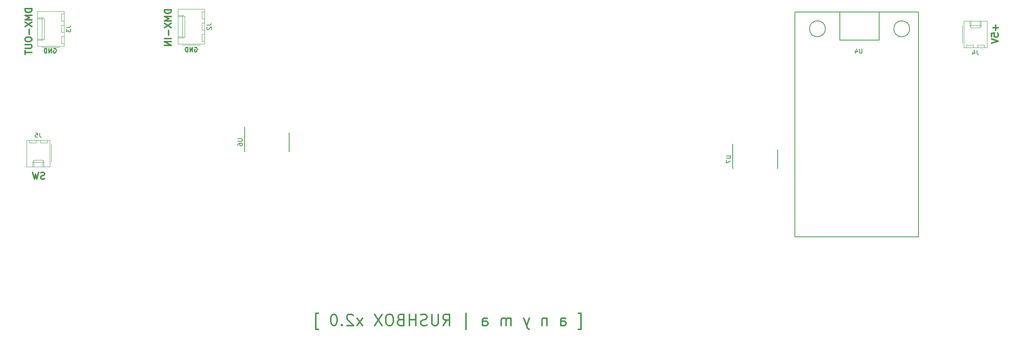
<source format=gbr>
G04 #@! TF.GenerationSoftware,KiCad,Pcbnew,(5.0.1-3-g963ef8bb5)*
G04 #@! TF.CreationDate,2019-11-20T19:59:20+01:00*
G04 #@! TF.ProjectId,RushBox2,52757368426F78322E6B696361645F70,rev?*
G04 #@! TF.SameCoordinates,Original*
G04 #@! TF.FileFunction,Legend,Bot*
G04 #@! TF.FilePolarity,Positive*
%FSLAX46Y46*%
G04 Gerber Fmt 4.6, Leading zero omitted, Abs format (unit mm)*
G04 Created by KiCad (PCBNEW (5.0.1-3-g963ef8bb5)) date 2019 November 20, Wednesday 19:59:20*
%MOMM*%
%LPD*%
G01*
G04 APERTURE LIST*
%ADD10C,0.254000*%
%ADD11C,0.300000*%
%ADD12C,0.150000*%
%ADD13C,0.120000*%
G04 APERTURE END LIST*
D10*
X51701095Y-65151000D02*
X51797857Y-65102619D01*
X51943000Y-65102619D01*
X52088142Y-65151000D01*
X52184904Y-65247761D01*
X52233285Y-65344523D01*
X52281666Y-65538047D01*
X52281666Y-65683190D01*
X52233285Y-65876714D01*
X52184904Y-65973476D01*
X52088142Y-66070238D01*
X51943000Y-66118619D01*
X51846238Y-66118619D01*
X51701095Y-66070238D01*
X51652714Y-66021857D01*
X51652714Y-65683190D01*
X51846238Y-65683190D01*
X51217285Y-66118619D02*
X51217285Y-65102619D01*
X50636714Y-66118619D01*
X50636714Y-65102619D01*
X50152904Y-66118619D02*
X50152904Y-65102619D01*
X49911000Y-65102619D01*
X49765857Y-65151000D01*
X49669095Y-65247761D01*
X49620714Y-65344523D01*
X49572333Y-65538047D01*
X49572333Y-65683190D01*
X49620714Y-65876714D01*
X49669095Y-65973476D01*
X49765857Y-66070238D01*
X49911000Y-66118619D01*
X50152904Y-66118619D01*
X83578095Y-64897000D02*
X83674857Y-64848619D01*
X83820000Y-64848619D01*
X83965142Y-64897000D01*
X84061904Y-64993761D01*
X84110285Y-65090523D01*
X84158666Y-65284047D01*
X84158666Y-65429190D01*
X84110285Y-65622714D01*
X84061904Y-65719476D01*
X83965142Y-65816238D01*
X83820000Y-65864619D01*
X83723238Y-65864619D01*
X83578095Y-65816238D01*
X83529714Y-65767857D01*
X83529714Y-65429190D01*
X83723238Y-65429190D01*
X83094285Y-65864619D02*
X83094285Y-64848619D01*
X82513714Y-65864619D01*
X82513714Y-64848619D01*
X82029904Y-65864619D02*
X82029904Y-64848619D01*
X81788000Y-64848619D01*
X81642857Y-64897000D01*
X81546095Y-64993761D01*
X81497714Y-65090523D01*
X81449333Y-65284047D01*
X81449333Y-65429190D01*
X81497714Y-65622714D01*
X81546095Y-65719476D01*
X81642857Y-65816238D01*
X81788000Y-65864619D01*
X82029904Y-65864619D01*
D11*
X170361428Y-128614714D02*
X170966190Y-128614714D01*
X170966190Y-124986142D01*
X170361428Y-124986142D01*
X166370000Y-127768047D02*
X166370000Y-126437571D01*
X166490952Y-126195666D01*
X166732857Y-126074714D01*
X167216666Y-126074714D01*
X167458571Y-126195666D01*
X166370000Y-127647095D02*
X166611904Y-127768047D01*
X167216666Y-127768047D01*
X167458571Y-127647095D01*
X167579523Y-127405190D01*
X167579523Y-127163285D01*
X167458571Y-126921380D01*
X167216666Y-126800428D01*
X166611904Y-126800428D01*
X166370000Y-126679476D01*
X163225238Y-126074714D02*
X163225238Y-127768047D01*
X163225238Y-126316619D02*
X163104285Y-126195666D01*
X162862380Y-126074714D01*
X162499523Y-126074714D01*
X162257619Y-126195666D01*
X162136666Y-126437571D01*
X162136666Y-127768047D01*
X159233809Y-126074714D02*
X158629047Y-127768047D01*
X158024285Y-126074714D02*
X158629047Y-127768047D01*
X158870952Y-128372809D01*
X158991904Y-128493761D01*
X159233809Y-128614714D01*
X155121428Y-127768047D02*
X155121428Y-126074714D01*
X155121428Y-126316619D02*
X155000476Y-126195666D01*
X154758571Y-126074714D01*
X154395714Y-126074714D01*
X154153809Y-126195666D01*
X154032857Y-126437571D01*
X154032857Y-127768047D01*
X154032857Y-126437571D02*
X153911904Y-126195666D01*
X153670000Y-126074714D01*
X153307142Y-126074714D01*
X153065238Y-126195666D01*
X152944285Y-126437571D01*
X152944285Y-127768047D01*
X148710952Y-127768047D02*
X148710952Y-126437571D01*
X148831904Y-126195666D01*
X149073809Y-126074714D01*
X149557619Y-126074714D01*
X149799523Y-126195666D01*
X148710952Y-127647095D02*
X148952857Y-127768047D01*
X149557619Y-127768047D01*
X149799523Y-127647095D01*
X149920476Y-127405190D01*
X149920476Y-127163285D01*
X149799523Y-126921380D01*
X149557619Y-126800428D01*
X148952857Y-126800428D01*
X148710952Y-126679476D01*
X144961428Y-128614714D02*
X144961428Y-124986142D01*
X139760476Y-127768047D02*
X140607142Y-126558523D01*
X141211904Y-127768047D02*
X141211904Y-125228047D01*
X140244285Y-125228047D01*
X140002380Y-125349000D01*
X139881428Y-125469952D01*
X139760476Y-125711857D01*
X139760476Y-126074714D01*
X139881428Y-126316619D01*
X140002380Y-126437571D01*
X140244285Y-126558523D01*
X141211904Y-126558523D01*
X138671904Y-125228047D02*
X138671904Y-127284238D01*
X138550952Y-127526142D01*
X138430000Y-127647095D01*
X138188095Y-127768047D01*
X137704285Y-127768047D01*
X137462380Y-127647095D01*
X137341428Y-127526142D01*
X137220476Y-127284238D01*
X137220476Y-125228047D01*
X136131904Y-127647095D02*
X135769047Y-127768047D01*
X135164285Y-127768047D01*
X134922380Y-127647095D01*
X134801428Y-127526142D01*
X134680476Y-127284238D01*
X134680476Y-127042333D01*
X134801428Y-126800428D01*
X134922380Y-126679476D01*
X135164285Y-126558523D01*
X135648095Y-126437571D01*
X135890000Y-126316619D01*
X136010952Y-126195666D01*
X136131904Y-125953761D01*
X136131904Y-125711857D01*
X136010952Y-125469952D01*
X135890000Y-125349000D01*
X135648095Y-125228047D01*
X135043333Y-125228047D01*
X134680476Y-125349000D01*
X133591904Y-127768047D02*
X133591904Y-125228047D01*
X133591904Y-126437571D02*
X132140476Y-126437571D01*
X132140476Y-127768047D02*
X132140476Y-125228047D01*
X130084285Y-126437571D02*
X129721428Y-126558523D01*
X129600476Y-126679476D01*
X129479523Y-126921380D01*
X129479523Y-127284238D01*
X129600476Y-127526142D01*
X129721428Y-127647095D01*
X129963333Y-127768047D01*
X130930952Y-127768047D01*
X130930952Y-125228047D01*
X130084285Y-125228047D01*
X129842380Y-125349000D01*
X129721428Y-125469952D01*
X129600476Y-125711857D01*
X129600476Y-125953761D01*
X129721428Y-126195666D01*
X129842380Y-126316619D01*
X130084285Y-126437571D01*
X130930952Y-126437571D01*
X127907142Y-125228047D02*
X127423333Y-125228047D01*
X127181428Y-125349000D01*
X126939523Y-125590904D01*
X126818571Y-126074714D01*
X126818571Y-126921380D01*
X126939523Y-127405190D01*
X127181428Y-127647095D01*
X127423333Y-127768047D01*
X127907142Y-127768047D01*
X128149047Y-127647095D01*
X128390952Y-127405190D01*
X128511904Y-126921380D01*
X128511904Y-126074714D01*
X128390952Y-125590904D01*
X128149047Y-125349000D01*
X127907142Y-125228047D01*
X125971904Y-125228047D02*
X124278571Y-127768047D01*
X124278571Y-125228047D02*
X125971904Y-127768047D01*
X121617619Y-127768047D02*
X120287142Y-126074714D01*
X121617619Y-126074714D02*
X120287142Y-127768047D01*
X119440476Y-125469952D02*
X119319523Y-125349000D01*
X119077619Y-125228047D01*
X118472857Y-125228047D01*
X118230952Y-125349000D01*
X118109999Y-125469952D01*
X117989047Y-125711857D01*
X117989047Y-125953761D01*
X118109999Y-126316619D01*
X119561428Y-127768047D01*
X117989047Y-127768047D01*
X116900476Y-127526142D02*
X116779523Y-127647095D01*
X116900476Y-127768047D01*
X117021428Y-127647095D01*
X116900476Y-127526142D01*
X116900476Y-127768047D01*
X115207142Y-125228047D02*
X114965238Y-125228047D01*
X114723333Y-125349000D01*
X114602380Y-125469952D01*
X114481428Y-125711857D01*
X114360476Y-126195666D01*
X114360476Y-126800428D01*
X114481428Y-127284238D01*
X114602380Y-127526142D01*
X114723333Y-127647095D01*
X114965238Y-127768047D01*
X115207142Y-127768047D01*
X115449047Y-127647095D01*
X115569999Y-127526142D01*
X115690952Y-127284238D01*
X115811904Y-126800428D01*
X115811904Y-126195666D01*
X115690952Y-125711857D01*
X115569999Y-125469952D01*
X115449047Y-125349000D01*
X115207142Y-125228047D01*
X111578571Y-128614714D02*
X110973809Y-128614714D01*
X110973809Y-124986142D01*
X111578571Y-124986142D01*
X264648142Y-59920428D02*
X264648142Y-61063285D01*
X265219571Y-60491857D02*
X264076714Y-60491857D01*
X263719571Y-62491857D02*
X263719571Y-61777571D01*
X264433857Y-61706142D01*
X264362428Y-61777571D01*
X264291000Y-61920428D01*
X264291000Y-62277571D01*
X264362428Y-62420428D01*
X264433857Y-62491857D01*
X264576714Y-62563285D01*
X264933857Y-62563285D01*
X265076714Y-62491857D01*
X265148142Y-62420428D01*
X265219571Y-62277571D01*
X265219571Y-61920428D01*
X265148142Y-61777571D01*
X265076714Y-61706142D01*
X263719571Y-62991857D02*
X265219571Y-63491857D01*
X263719571Y-63991857D01*
X78275571Y-56416285D02*
X76775571Y-56416285D01*
X76775571Y-56773428D01*
X76847000Y-56987714D01*
X76989857Y-57130571D01*
X77132714Y-57202000D01*
X77418428Y-57273428D01*
X77632714Y-57273428D01*
X77918428Y-57202000D01*
X78061285Y-57130571D01*
X78204142Y-56987714D01*
X78275571Y-56773428D01*
X78275571Y-56416285D01*
X78275571Y-57916285D02*
X76775571Y-57916285D01*
X77847000Y-58416285D01*
X76775571Y-58916285D01*
X78275571Y-58916285D01*
X76775571Y-59487714D02*
X78275571Y-60487714D01*
X76775571Y-60487714D02*
X78275571Y-59487714D01*
X77704142Y-61059142D02*
X77704142Y-62202000D01*
X78275571Y-62916285D02*
X76775571Y-62916285D01*
X78275571Y-63630571D02*
X76775571Y-63630571D01*
X78275571Y-64487714D01*
X76775571Y-64487714D01*
X49672714Y-94587142D02*
X49458428Y-94658571D01*
X49101285Y-94658571D01*
X48958428Y-94587142D01*
X48887000Y-94515714D01*
X48815571Y-94372857D01*
X48815571Y-94230000D01*
X48887000Y-94087142D01*
X48958428Y-94015714D01*
X49101285Y-93944285D01*
X49387000Y-93872857D01*
X49529857Y-93801428D01*
X49601285Y-93730000D01*
X49672714Y-93587142D01*
X49672714Y-93444285D01*
X49601285Y-93301428D01*
X49529857Y-93230000D01*
X49387000Y-93158571D01*
X49029857Y-93158571D01*
X48815571Y-93230000D01*
X48315571Y-93158571D02*
X47958428Y-94658571D01*
X47672714Y-93587142D01*
X47387000Y-94658571D01*
X47029857Y-93158571D01*
X46779571Y-56178285D02*
X45279571Y-56178285D01*
X45279571Y-56535428D01*
X45351000Y-56749714D01*
X45493857Y-56892571D01*
X45636714Y-56964000D01*
X45922428Y-57035428D01*
X46136714Y-57035428D01*
X46422428Y-56964000D01*
X46565285Y-56892571D01*
X46708142Y-56749714D01*
X46779571Y-56535428D01*
X46779571Y-56178285D01*
X46779571Y-57678285D02*
X45279571Y-57678285D01*
X46351000Y-58178285D01*
X45279571Y-58678285D01*
X46779571Y-58678285D01*
X45279571Y-59249714D02*
X46779571Y-60249714D01*
X45279571Y-60249714D02*
X46779571Y-59249714D01*
X46208142Y-60821142D02*
X46208142Y-61964000D01*
X45279571Y-62964000D02*
X45279571Y-63249714D01*
X45351000Y-63392571D01*
X45493857Y-63535428D01*
X45779571Y-63606857D01*
X46279571Y-63606857D01*
X46565285Y-63535428D01*
X46708142Y-63392571D01*
X46779571Y-63249714D01*
X46779571Y-62964000D01*
X46708142Y-62821142D01*
X46565285Y-62678285D01*
X46279571Y-62606857D01*
X45779571Y-62606857D01*
X45493857Y-62678285D01*
X45351000Y-62821142D01*
X45279571Y-62964000D01*
X45279571Y-64249714D02*
X46493857Y-64249714D01*
X46636714Y-64321142D01*
X46708142Y-64392571D01*
X46779571Y-64535428D01*
X46779571Y-64821142D01*
X46708142Y-64964000D01*
X46636714Y-65035428D01*
X46493857Y-65106857D01*
X45279571Y-65106857D01*
X45279571Y-65606857D02*
X45279571Y-66464000D01*
X46779571Y-66035428D02*
X45279571Y-66035428D01*
D12*
G04 #@! TO.C,U4*
X219310000Y-107696000D02*
X247250000Y-107696000D01*
X247250000Y-107696000D02*
X247250000Y-56896000D01*
X247250000Y-56896000D02*
X219310000Y-56896000D01*
X219310000Y-56896000D02*
X219310000Y-107696000D01*
X229470000Y-56896000D02*
X229470000Y-63246000D01*
X229470000Y-63246000D02*
X238360000Y-63246000D01*
X238360000Y-63246000D02*
X238360000Y-56896000D01*
X238360000Y-56896000D02*
X229470000Y-56896000D01*
X226186051Y-60706000D02*
G75*
G03X226186051Y-60706000I-1796051J0D01*
G01*
X245236051Y-60706000D02*
G75*
G03X245236051Y-60706000I-1796051J0D01*
G01*
D13*
G04 #@! TO.C,J2*
X85234000Y-56858000D02*
X85834000Y-56858000D01*
X85234000Y-58458000D02*
X85234000Y-56858000D01*
X85834000Y-58458000D02*
X85234000Y-58458000D01*
X85234000Y-59398000D02*
X85834000Y-59398000D01*
X85234000Y-60998000D02*
X85234000Y-59398000D01*
X85834000Y-60998000D02*
X85234000Y-60998000D01*
X85234000Y-61938000D02*
X85834000Y-61938000D01*
X85234000Y-63538000D02*
X85234000Y-61938000D01*
X85834000Y-63538000D02*
X85234000Y-63538000D01*
X79814000Y-57908000D02*
X80814000Y-57908000D01*
X79814000Y-62488000D02*
X80814000Y-62488000D01*
X81344000Y-57908000D02*
X80814000Y-57658000D01*
X81344000Y-62488000D02*
X81344000Y-57908000D01*
X80814000Y-62738000D02*
X81344000Y-62488000D01*
X80814000Y-57658000D02*
X79814000Y-57658000D01*
X80814000Y-62738000D02*
X80814000Y-57658000D01*
X79814000Y-62738000D02*
X80814000Y-62738000D01*
X84804000Y-64408000D02*
X80804000Y-64408000D01*
X85834000Y-56278000D02*
X85834000Y-64118000D01*
X79814000Y-56278000D02*
X85834000Y-56278000D01*
X79814000Y-64118000D02*
X79814000Y-56278000D01*
X85834000Y-64118000D02*
X79814000Y-64118000D01*
G04 #@! TO.C,J3*
X54084000Y-64626000D02*
X48064000Y-64626000D01*
X48064000Y-64626000D02*
X48064000Y-56786000D01*
X48064000Y-56786000D02*
X54084000Y-56786000D01*
X54084000Y-56786000D02*
X54084000Y-64626000D01*
X53054000Y-64916000D02*
X49054000Y-64916000D01*
X48064000Y-63246000D02*
X49064000Y-63246000D01*
X49064000Y-63246000D02*
X49064000Y-58166000D01*
X49064000Y-58166000D02*
X48064000Y-58166000D01*
X49064000Y-63246000D02*
X49594000Y-62996000D01*
X49594000Y-62996000D02*
X49594000Y-58416000D01*
X49594000Y-58416000D02*
X49064000Y-58166000D01*
X48064000Y-62996000D02*
X49064000Y-62996000D01*
X48064000Y-58416000D02*
X49064000Y-58416000D01*
X54084000Y-64046000D02*
X53484000Y-64046000D01*
X53484000Y-64046000D02*
X53484000Y-62446000D01*
X53484000Y-62446000D02*
X54084000Y-62446000D01*
X54084000Y-61506000D02*
X53484000Y-61506000D01*
X53484000Y-61506000D02*
X53484000Y-59906000D01*
X53484000Y-59906000D02*
X54084000Y-59906000D01*
X54084000Y-58966000D02*
X53484000Y-58966000D01*
X53484000Y-58966000D02*
X53484000Y-57366000D01*
X53484000Y-57366000D02*
X54084000Y-57366000D01*
G04 #@! TO.C,J4*
X257446000Y-65006000D02*
X257446000Y-58986000D01*
X257446000Y-58986000D02*
X262746000Y-58986000D01*
X262746000Y-58986000D02*
X262746000Y-65006000D01*
X262746000Y-65006000D02*
X257446000Y-65006000D01*
X257156000Y-63976000D02*
X257156000Y-59976000D01*
X258826000Y-58986000D02*
X258826000Y-59986000D01*
X258826000Y-59986000D02*
X261366000Y-59986000D01*
X261366000Y-59986000D02*
X261366000Y-58986000D01*
X258826000Y-59986000D02*
X259076000Y-60516000D01*
X259076000Y-60516000D02*
X261116000Y-60516000D01*
X261116000Y-60516000D02*
X261366000Y-59986000D01*
X259076000Y-58986000D02*
X259076000Y-59986000D01*
X261116000Y-58986000D02*
X261116000Y-59986000D01*
X258026000Y-65006000D02*
X258026000Y-64406000D01*
X258026000Y-64406000D02*
X259626000Y-64406000D01*
X259626000Y-64406000D02*
X259626000Y-65006000D01*
X260566000Y-65006000D02*
X260566000Y-64406000D01*
X260566000Y-64406000D02*
X262166000Y-64406000D01*
X262166000Y-64406000D02*
X262166000Y-65006000D01*
G04 #@! TO.C,J5*
X46190000Y-86470000D02*
X46190000Y-85870000D01*
X47790000Y-86470000D02*
X46190000Y-86470000D01*
X47790000Y-85870000D02*
X47790000Y-86470000D01*
X48730000Y-86470000D02*
X48730000Y-85870000D01*
X50330000Y-86470000D02*
X48730000Y-86470000D01*
X50330000Y-85870000D02*
X50330000Y-86470000D01*
X47240000Y-91890000D02*
X47240000Y-90890000D01*
X49280000Y-91890000D02*
X49280000Y-90890000D01*
X47240000Y-90360000D02*
X46990000Y-90890000D01*
X49280000Y-90360000D02*
X47240000Y-90360000D01*
X49530000Y-90890000D02*
X49280000Y-90360000D01*
X46990000Y-90890000D02*
X46990000Y-91890000D01*
X49530000Y-90890000D02*
X46990000Y-90890000D01*
X49530000Y-91890000D02*
X49530000Y-90890000D01*
X51200000Y-86900000D02*
X51200000Y-90900000D01*
X45610000Y-85870000D02*
X50910000Y-85870000D01*
X45610000Y-91890000D02*
X45610000Y-85870000D01*
X50910000Y-91890000D02*
X45610000Y-91890000D01*
X50910000Y-85870000D02*
X50910000Y-91890000D01*
D12*
G04 #@! TO.C,U6*
X94874000Y-84252000D02*
X94899000Y-84252000D01*
X94874000Y-88402000D02*
X94979000Y-88402000D01*
X105024000Y-88402000D02*
X104919000Y-88402000D01*
X105024000Y-84252000D02*
X104919000Y-84252000D01*
X94874000Y-84252000D02*
X94874000Y-88402000D01*
X105024000Y-84252000D02*
X105024000Y-88402000D01*
X94899000Y-84252000D02*
X94899000Y-82877000D01*
G04 #@! TO.C,U7*
X205262000Y-88095000D02*
X205262000Y-86720000D01*
X215387000Y-88095000D02*
X215387000Y-92245000D01*
X205237000Y-88095000D02*
X205237000Y-92245000D01*
X215387000Y-88095000D02*
X215282000Y-88095000D01*
X215387000Y-92245000D02*
X215282000Y-92245000D01*
X205237000Y-92245000D02*
X205342000Y-92245000D01*
X205237000Y-88095000D02*
X205262000Y-88095000D01*
G04 #@! TO.C,U4*
X234441904Y-65238380D02*
X234441904Y-66047904D01*
X234394285Y-66143142D01*
X234346666Y-66190761D01*
X234251428Y-66238380D01*
X234060952Y-66238380D01*
X233965714Y-66190761D01*
X233918095Y-66143142D01*
X233870476Y-66047904D01*
X233870476Y-65238380D01*
X232965714Y-65571714D02*
X232965714Y-66238380D01*
X233203809Y-65190761D02*
X233441904Y-65905047D01*
X232822857Y-65905047D01*
G04 #@! TO.C,J2*
X86376380Y-59864666D02*
X87090666Y-59864666D01*
X87233523Y-59817047D01*
X87328761Y-59721809D01*
X87376380Y-59578952D01*
X87376380Y-59483714D01*
X86471619Y-60293238D02*
X86424000Y-60340857D01*
X86376380Y-60436095D01*
X86376380Y-60674190D01*
X86424000Y-60769428D01*
X86471619Y-60817047D01*
X86566857Y-60864666D01*
X86662095Y-60864666D01*
X86804952Y-60817047D01*
X87376380Y-60245619D01*
X87376380Y-60864666D01*
G04 #@! TO.C,J3*
X54626380Y-60372666D02*
X55340666Y-60372666D01*
X55483523Y-60325047D01*
X55578761Y-60229809D01*
X55626380Y-60086952D01*
X55626380Y-59991714D01*
X54626380Y-60753619D02*
X54626380Y-61372666D01*
X55007333Y-61039333D01*
X55007333Y-61182190D01*
X55054952Y-61277428D01*
X55102571Y-61325047D01*
X55197809Y-61372666D01*
X55435904Y-61372666D01*
X55531142Y-61325047D01*
X55578761Y-61277428D01*
X55626380Y-61182190D01*
X55626380Y-60896476D01*
X55578761Y-60801238D01*
X55531142Y-60753619D01*
G04 #@! TO.C,J4*
X260429333Y-65548380D02*
X260429333Y-66262666D01*
X260476952Y-66405523D01*
X260572190Y-66500761D01*
X260715047Y-66548380D01*
X260810285Y-66548380D01*
X259524571Y-65881714D02*
X259524571Y-66548380D01*
X259762666Y-65500761D02*
X260000761Y-66215047D01*
X259381714Y-66215047D01*
G04 #@! TO.C,J5*
X48593333Y-84232380D02*
X48593333Y-84946666D01*
X48640952Y-85089523D01*
X48736190Y-85184761D01*
X48879047Y-85232380D01*
X48974285Y-85232380D01*
X47640952Y-84232380D02*
X48117142Y-84232380D01*
X48164761Y-84708571D01*
X48117142Y-84660952D01*
X48021904Y-84613333D01*
X47783809Y-84613333D01*
X47688571Y-84660952D01*
X47640952Y-84708571D01*
X47593333Y-84803809D01*
X47593333Y-85041904D01*
X47640952Y-85137142D01*
X47688571Y-85184761D01*
X47783809Y-85232380D01*
X48021904Y-85232380D01*
X48117142Y-85184761D01*
X48164761Y-85137142D01*
G04 #@! TO.C,U6*
X93401380Y-85565095D02*
X94210904Y-85565095D01*
X94306142Y-85612714D01*
X94353761Y-85660333D01*
X94401380Y-85755571D01*
X94401380Y-85946047D01*
X94353761Y-86041285D01*
X94306142Y-86088904D01*
X94210904Y-86136523D01*
X93401380Y-86136523D01*
X93401380Y-87041285D02*
X93401380Y-86850809D01*
X93449000Y-86755571D01*
X93496619Y-86707952D01*
X93639476Y-86612714D01*
X93829952Y-86565095D01*
X94210904Y-86565095D01*
X94306142Y-86612714D01*
X94353761Y-86660333D01*
X94401380Y-86755571D01*
X94401380Y-86946047D01*
X94353761Y-87041285D01*
X94306142Y-87088904D01*
X94210904Y-87136523D01*
X93972809Y-87136523D01*
X93877571Y-87088904D01*
X93829952Y-87041285D01*
X93782333Y-86946047D01*
X93782333Y-86755571D01*
X93829952Y-86660333D01*
X93877571Y-86612714D01*
X93972809Y-86565095D01*
G04 #@! TO.C,U7*
X203764380Y-89408095D02*
X204573904Y-89408095D01*
X204669142Y-89455714D01*
X204716761Y-89503333D01*
X204764380Y-89598571D01*
X204764380Y-89789047D01*
X204716761Y-89884285D01*
X204669142Y-89931904D01*
X204573904Y-89979523D01*
X203764380Y-89979523D01*
X203764380Y-90360476D02*
X203764380Y-91027142D01*
X204764380Y-90598571D01*
G04 #@! TD*
M02*

</source>
